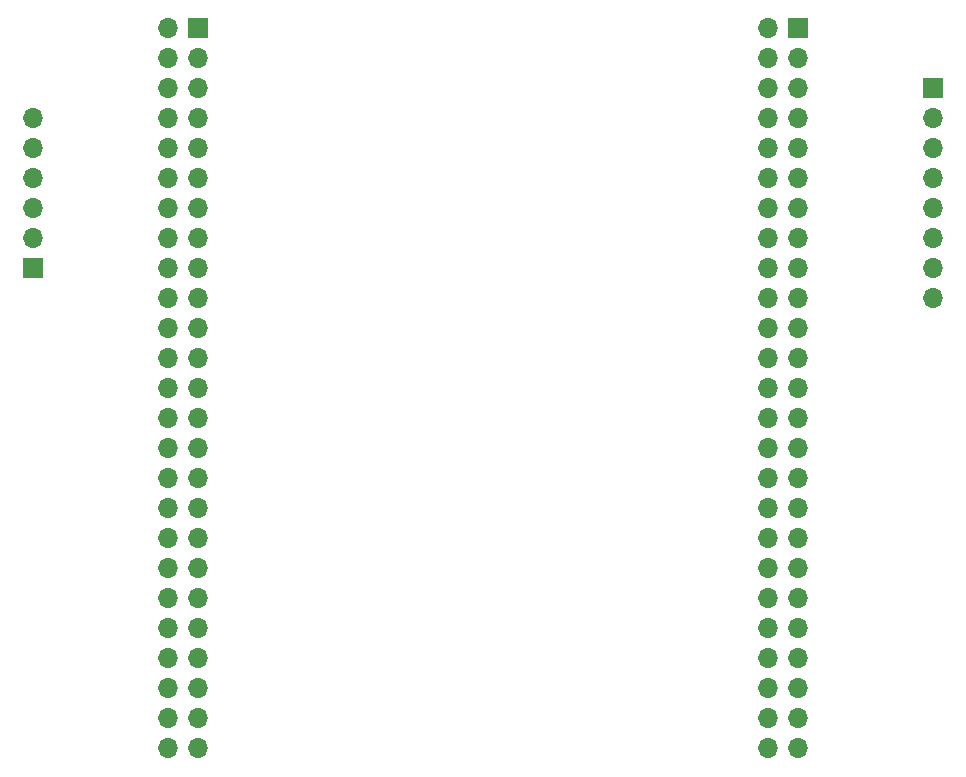
<source format=gbr>
%TF.GenerationSoftware,KiCad,Pcbnew,7.0.1-0*%
%TF.CreationDate,2023-05-31T07:57:39-06:00*%
%TF.ProjectId,PhaseD_Prototype,50686173-6544-45f5-9072-6f746f747970,rev?*%
%TF.SameCoordinates,Original*%
%TF.FileFunction,Soldermask,Bot*%
%TF.FilePolarity,Negative*%
%FSLAX46Y46*%
G04 Gerber Fmt 4.6, Leading zero omitted, Abs format (unit mm)*
G04 Created by KiCad (PCBNEW 7.0.1-0) date 2023-05-31 07:57:39*
%MOMM*%
%LPD*%
G01*
G04 APERTURE LIST*
%ADD10R,1.700000X1.700000*%
%ADD11O,1.700000X1.700000*%
G04 APERTURE END LIST*
D10*
%TO.C,J3*%
X157480000Y-66040000D03*
D11*
X157480000Y-68580000D03*
X157480000Y-71120000D03*
X157480000Y-73660000D03*
X157480000Y-76200000D03*
X157480000Y-78740000D03*
X157480000Y-81280000D03*
X157480000Y-83820000D03*
%TD*%
D10*
%TO.C,J4*%
X81280000Y-81280000D03*
D11*
X81280000Y-78740000D03*
X81280000Y-76200000D03*
X81280000Y-73660000D03*
X81280000Y-71120000D03*
X81280000Y-68580000D03*
%TD*%
D10*
%TO.C,J2*%
X146070000Y-60990000D03*
D11*
X143530000Y-60990000D03*
X146070000Y-63530000D03*
X143530000Y-63530000D03*
X146070000Y-66070000D03*
X143530000Y-66070000D03*
X146070000Y-68610000D03*
X143530000Y-68610000D03*
X146070000Y-71150000D03*
X143530000Y-71150000D03*
X146070000Y-73690000D03*
X143530000Y-73690000D03*
X146070000Y-76230000D03*
X143530000Y-76230000D03*
X146070000Y-78770000D03*
X143530000Y-78770000D03*
X146070000Y-81310000D03*
X143530000Y-81310000D03*
X146070000Y-83850000D03*
X143530000Y-83850000D03*
X146070000Y-86390000D03*
X143530000Y-86390000D03*
X146070000Y-88930000D03*
X143530000Y-88930000D03*
X146070000Y-91470000D03*
X143530000Y-91470000D03*
X146070000Y-94010000D03*
X143530000Y-94010000D03*
X146070000Y-96550000D03*
X143530000Y-96550000D03*
X146070000Y-99090000D03*
X143530000Y-99090000D03*
X146070000Y-101630000D03*
X143530000Y-101630000D03*
X146070000Y-104170000D03*
X143530000Y-104170000D03*
X146070000Y-106710000D03*
X143530000Y-106710000D03*
X146070000Y-109250000D03*
X143530000Y-109250000D03*
X146070000Y-111790000D03*
X143530000Y-111790000D03*
X146070000Y-114330000D03*
X143530000Y-114330000D03*
X146070000Y-116870000D03*
X143530000Y-116870000D03*
X146070000Y-119410000D03*
X143530000Y-119410000D03*
X146070000Y-121950000D03*
X143530000Y-121950000D03*
%TD*%
D10*
%TO.C,J1*%
X95280000Y-60970000D03*
D11*
X92740000Y-60970000D03*
X95280000Y-63510000D03*
X92740000Y-63510000D03*
X95280000Y-66050000D03*
X92740000Y-66050000D03*
X95280000Y-68590000D03*
X92740000Y-68590000D03*
X95280000Y-71130000D03*
X92740000Y-71130000D03*
X95280000Y-73670000D03*
X92740000Y-73670000D03*
X95280000Y-76210000D03*
X92740000Y-76210000D03*
X95280000Y-78750000D03*
X92740000Y-78750000D03*
X95280000Y-81290000D03*
X92740000Y-81290000D03*
X95280000Y-83830000D03*
X92740000Y-83830000D03*
X95280000Y-86370000D03*
X92740000Y-86370000D03*
X95280000Y-88910000D03*
X92740000Y-88910000D03*
X95280000Y-91450000D03*
X92740000Y-91450000D03*
X95280000Y-93990000D03*
X92740000Y-93990000D03*
X95280000Y-96530000D03*
X92740000Y-96530000D03*
X95280000Y-99070000D03*
X92740000Y-99070000D03*
X95280000Y-101610000D03*
X92740000Y-101610000D03*
X95280000Y-104150000D03*
X92740000Y-104150000D03*
X95280000Y-106690000D03*
X92740000Y-106690000D03*
X95280000Y-109230000D03*
X92740000Y-109230000D03*
X95280000Y-111770000D03*
X92740000Y-111770000D03*
X95280000Y-114310000D03*
X92740000Y-114310000D03*
X95280000Y-116850000D03*
X92740000Y-116850000D03*
X95280000Y-119390000D03*
X92740000Y-119390000D03*
X95280000Y-121930000D03*
X92740000Y-121930000D03*
%TD*%
M02*

</source>
